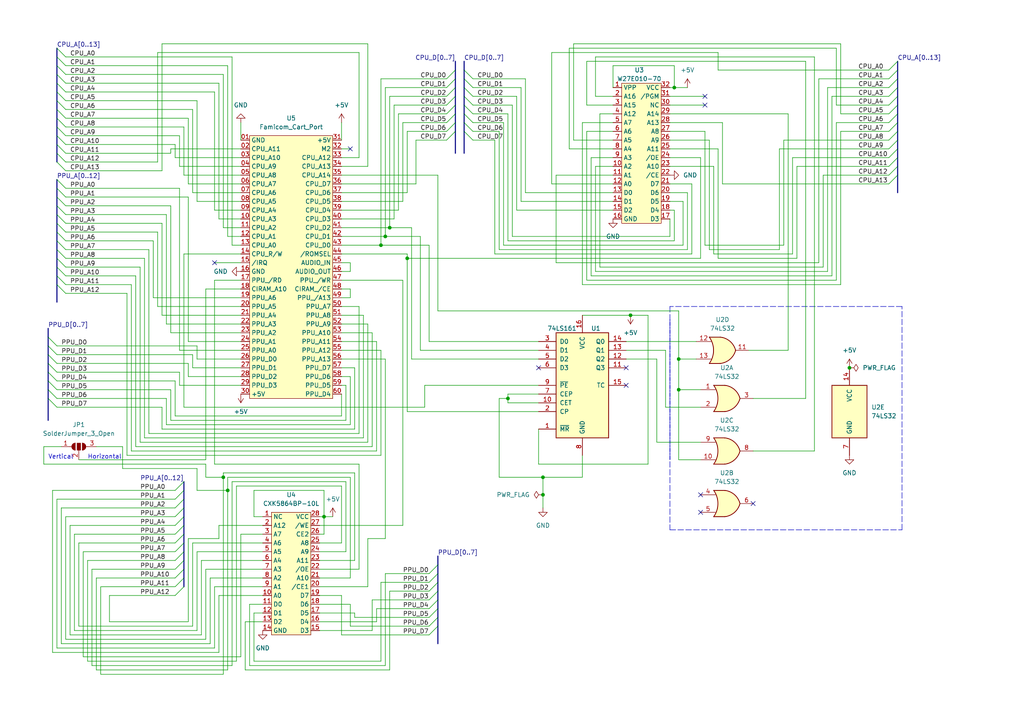
<source format=kicad_sch>
(kicad_sch (version 20211123) (generator eeschema)
  (paper "A4")
  (title_block (title "Famicom UNROM") (date "2023-02-01") (rev "001") (company "MEMELVAR"))
  (junction (at 157.48 143.51))
  (junction (at 93.98 149.86))
  (junction (at 246.38 106.68))
  (junction (at 111.76 68.58))
  (junction (at 113.03 66.04))
  (junction (at 195.58 25.4))
  (junction (at 118.11 74.93))
  (junction (at 157.48 138.43))
  (junction (at 182.88 91.44))
  (junction (at 110.49 71.12))
  (junction (at 147.32 115.57))
  (junction (at 196.85 113.03))
  (junction (at 196.85 104.14))
  (junction (at 64.77 138.43))
  (junction (at 66.04 142.24))
  (no_connect (at 203.2 143.51))
  (no_connect (at 218.44 146.05))
  (no_connect (at 204.47 30.48))
  (no_connect (at 156.21 106.68))
  (no_connect (at 204.47 27.94))
  (no_connect (at 203.2 148.59))
  (no_connect (at 181.61 111.76))
  (no_connect (at 62.23 76.2))
  (no_connect (at 101.6 43.18))
  (no_connect (at 181.61 106.68))
  (bus_entry (at 257.81 27.94) (size 2.54 -2.54))
  (bus_entry (at 53.34 167.64) (size -2.54 2.54))
  (bus_entry (at 134.62 38.1) (size 2.54 2.54))
  (bus_entry (at 53.34 147.32) (size -2.54 2.54))
  (bus_entry (at 257.81 53.34) (size 2.54 -2.54))
  (bus_entry (at 16.51 13.97) (size 2.54 2.54))
  (bus_entry (at 257.81 50.8) (size 2.54 -2.54))
  (bus_entry (at 16.51 62.23) (size 2.54 2.54))
  (bus_entry (at 16.51 64.77) (size 2.54 2.54))
  (bus_entry (at 16.51 82.55) (size 2.54 2.54))
  (bus_entry (at 53.34 149.86) (size -2.54 2.54))
  (bus_entry (at 16.51 19.05) (size 2.54 2.54))
  (bus_entry (at 127 176.53) (size -2.54 2.54))
  (bus_entry (at 257.81 20.32) (size 2.54 -2.54))
  (bus_entry (at 16.51 36.83) (size 2.54 2.54))
  (bus_entry (at 16.51 77.47) (size 2.54 2.54))
  (bus_entry (at 13.97 97.79) (size 2.54 2.54))
  (bus_entry (at 16.51 67.31) (size 2.54 2.54))
  (bus_entry (at 16.51 59.69) (size 2.54 2.54))
  (bus_entry (at 257.81 35.56) (size 2.54 -2.54))
  (bus_entry (at 132.08 35.56) (size -2.54 2.54))
  (bus_entry (at 127 163.83) (size -2.54 2.54))
  (bus_entry (at 134.62 33.02) (size 2.54 2.54))
  (bus_entry (at 257.81 30.48) (size 2.54 -2.54))
  (bus_entry (at 53.34 139.7) (size -2.54 2.54))
  (bus_entry (at 134.62 35.56) (size 2.54 2.54))
  (bus_entry (at 16.51 46.99) (size 2.54 2.54))
  (bus_entry (at 134.62 25.4) (size 2.54 2.54))
  (bus_entry (at 16.51 54.61) (size 2.54 2.54))
  (bus_entry (at 53.34 162.56) (size -2.54 2.54))
  (bus_entry (at 134.62 22.86) (size 2.54 2.54))
  (bus_entry (at 16.51 41.91) (size 2.54 2.54))
  (bus_entry (at 16.51 21.59) (size 2.54 2.54))
  (bus_entry (at 127 179.07) (size -2.54 2.54))
  (bus_entry (at 257.81 48.26) (size 2.54 -2.54))
  (bus_entry (at 257.81 25.4) (size 2.54 -2.54))
  (bus_entry (at 16.51 26.67) (size 2.54 2.54))
  (bus_entry (at 127 171.45) (size -2.54 2.54))
  (bus_entry (at 13.97 107.95) (size 2.54 2.54))
  (bus_entry (at 132.08 27.94) (size -2.54 2.54))
  (bus_entry (at 16.51 57.15) (size 2.54 2.54))
  (bus_entry (at 53.34 170.18) (size -2.54 2.54))
  (bus_entry (at 132.08 22.86) (size -2.54 2.54))
  (bus_entry (at 16.51 44.45) (size 2.54 2.54))
  (bus_entry (at 16.51 16.51) (size 2.54 2.54))
  (bus_entry (at 127 166.37) (size -2.54 2.54))
  (bus_entry (at 13.97 113.03) (size 2.54 2.54))
  (bus_entry (at 257.81 33.02) (size 2.54 -2.54))
  (bus_entry (at 127 181.61) (size -2.54 2.54))
  (bus_entry (at 132.08 20.32) (size -2.54 2.54))
  (bus_entry (at 132.08 33.02) (size -2.54 2.54))
  (bus_entry (at 127 173.99) (size -2.54 2.54))
  (bus_entry (at 16.51 52.07) (size 2.54 2.54))
  (bus_entry (at 132.08 30.48) (size -2.54 2.54))
  (bus_entry (at 13.97 102.87) (size 2.54 2.54))
  (bus_entry (at 16.51 29.21) (size 2.54 2.54))
  (bus_entry (at 53.34 152.4) (size -2.54 2.54))
  (bus_entry (at 13.97 115.57) (size 2.54 2.54))
  (bus_entry (at 16.51 72.39) (size 2.54 2.54))
  (bus_entry (at 257.81 40.64) (size 2.54 -2.54))
  (bus_entry (at 134.62 30.48) (size 2.54 2.54))
  (bus_entry (at 53.34 157.48) (size -2.54 2.54))
  (bus_entry (at 134.62 20.32) (size 2.54 2.54))
  (bus_entry (at 53.34 160.02) (size -2.54 2.54))
  (bus_entry (at 16.51 34.29) (size 2.54 2.54))
  (bus_entry (at 132.08 38.1) (size -2.54 2.54))
  (bus_entry (at 132.08 25.4) (size -2.54 2.54))
  (bus_entry (at 53.34 144.78) (size -2.54 2.54))
  (bus_entry (at 16.51 24.13) (size 2.54 2.54))
  (bus_entry (at 16.51 31.75) (size 2.54 2.54))
  (bus_entry (at 16.51 80.01) (size 2.54 2.54))
  (bus_entry (at 134.62 27.94) (size 2.54 2.54))
  (bus_entry (at 257.81 22.86) (size 2.54 -2.54))
  (bus_entry (at 16.51 69.85) (size 2.54 2.54))
  (bus_entry (at 13.97 105.41) (size 2.54 2.54))
  (bus_entry (at 16.51 74.93) (size 2.54 2.54))
  (bus_entry (at 257.81 38.1) (size 2.54 -2.54))
  (bus_entry (at 53.34 142.24) (size -2.54 2.54))
  (bus_entry (at 257.81 45.72) (size 2.54 -2.54))
  (bus_entry (at 257.81 43.18) (size 2.54 -2.54))
  (bus_entry (at 13.97 100.33) (size 2.54 2.54))
  (bus_entry (at 127 168.91) (size -2.54 2.54))
  (bus_entry (at 53.34 165.1) (size -2.54 2.54))
  (bus_entry (at 13.97 110.49) (size 2.54 2.54))
  (bus_entry (at 53.34 154.94) (size -2.54 2.54))
  (bus_entry (at 16.51 39.37) (size 2.54 2.54))
  (bus (pts (xy 127 171.45) (xy 127 173.99)))
  (wire (pts (xy 25.4 162.56) (xy 50.8 162.56)))
  (wire (pts (xy 40.64 128.27) (xy 40.64 77.47)))
  (wire (pts (xy 124.46 99.06) (xy 124.46 71.12)))
  (wire (pts (xy 66.04 68.58) (xy 66.04 19.05)))
  (wire (pts (xy 99.06 76.2) (xy 101.6 76.2)))
  (wire (pts (xy 92.71 165.1) (xy 104.14 165.1)))
  (wire (pts (xy 116.84 58.42) (xy 116.84 35.56)))
  (wire (pts (xy 102.87 177.8) (xy 102.87 179.07)))
  (wire (pts (xy 69.85 190.5) (xy 69.85 154.94)))
  (wire (pts (xy 111.76 104.14) (xy 111.76 156.21)))
  (wire (pts (xy 19.05 82.55) (xy 38.1 82.55)))
  (wire (pts (xy 113.03 66.04) (xy 113.03 27.94)))
  (wire (pts (xy 207.01 48.26) (xy 207.01 73.66)))
  (wire (pts (xy 16.51 144.78) (xy 50.8 144.78)))
  (wire (pts (xy 101.6 78.74) (xy 99.06 78.74)))
  (wire (pts (xy 111.76 68.58) (xy 111.76 25.4)))
  (bus (pts (xy 127 163.83) (xy 127 166.37)))
  (wire (pts (xy 36.83 132.08) (xy 110.49 132.08)))
  (wire (pts (xy 194.31 40.64) (xy 205.74 40.64)))
  (wire (pts (xy 168.91 138.43) (xy 168.91 132.08)))
  (wire (pts (xy 69.85 45.72) (xy 50.8 45.72)))
  (wire (pts (xy 46.99 124.46) (xy 46.99 118.11)))
  (wire (pts (xy 227.33 71.12) (xy 227.33 40.64)))
  (wire (pts (xy 144.78 115.57) (xy 144.78 138.43)))
  (wire (pts (xy 173.99 33.02) (xy 177.8 33.02)))
  (wire (pts (xy 193.04 101.6) (xy 193.04 118.11)))
  (wire (pts (xy 49.53 96.52) (xy 49.53 59.69)))
  (wire (pts (xy 69.85 154.94) (xy 76.2 154.94)))
  (wire (pts (xy 71.12 180.34) (xy 76.2 180.34)))
  (wire (pts (xy 55.88 55.88) (xy 55.88 31.75)))
  (wire (pts (xy 64.77 66.04) (xy 64.77 21.59)))
  (wire (pts (xy 59.69 138.43) (xy 59.69 134.62)))
  (bus (pts (xy 16.51 82.55) (xy 16.51 87.63)))
  (wire (pts (xy 49.53 113.03) (xy 16.51 113.03)))
  (wire (pts (xy 66.04 194.31) (xy 27.94 194.31)))
  (bus (pts (xy 134.62 25.4) (xy 134.62 27.94)))
  (wire (pts (xy 143.51 73.66) (xy 200.66 73.66)))
  (wire (pts (xy 156.21 114.3) (xy 147.32 114.3)))
  (bus (pts (xy 16.51 19.05) (xy 16.51 21.59)))
  (wire (pts (xy 92.71 180.34) (xy 109.22 180.34)))
  (wire (pts (xy 19.05 72.39) (xy 43.18 72.39)))
  (wire (pts (xy 46.99 91.44) (xy 46.99 64.77)))
  (wire (pts (xy 101.6 83.82) (xy 99.06 83.82)))
  (wire (pts (xy 57.15 182.88) (xy 21.59 182.88)))
  (wire (pts (xy 57.15 160.02) (xy 57.15 182.88)))
  (wire (pts (xy 66.04 142.24) (xy 66.04 194.31)))
  (wire (pts (xy 168.91 82.55) (xy 243.84 82.55)))
  (wire (pts (xy 73.66 142.24) (xy 73.66 149.86)))
  (wire (pts (xy 99.06 101.6) (xy 110.49 101.6)))
  (bus (pts (xy 260.35 43.18) (xy 260.35 45.72)))
  (wire (pts (xy 204.47 71.12) (xy 227.33 71.12)))
  (wire (pts (xy 110.49 71.12) (xy 110.49 22.86)))
  (wire (pts (xy 101.6 123.19) (xy 48.26 123.19)))
  (wire (pts (xy 15.24 142.24) (xy 15.24 189.23)))
  (wire (pts (xy 99.06 63.5) (xy 114.3 63.5)))
  (wire (pts (xy 38.1 82.55) (xy 38.1 130.81)))
  (wire (pts (xy 144.78 138.43) (xy 157.48 138.43)))
  (bus (pts (xy 16.51 72.39) (xy 16.51 74.93)))
  (wire (pts (xy 22.86 133.35) (xy 59.69 133.35)))
  (wire (pts (xy 99.06 66.04) (xy 113.03 66.04)))
  (wire (pts (xy 69.85 109.22) (xy 54.61 109.22)))
  (bus (pts (xy 260.35 38.1) (xy 260.35 40.64)))
  (wire (pts (xy 113.03 171.45) (xy 113.03 194.31)))
  (bus (pts (xy 16.51 77.47) (xy 16.51 80.01)))
  (wire (pts (xy 58.42 162.56) (xy 58.42 184.15)))
  (wire (pts (xy 242.57 35.56) (xy 257.81 35.56)))
  (wire (pts (xy 99.06 96.52) (xy 107.95 96.52)))
  (wire (pts (xy 99.06 60.96) (xy 115.57 60.96)))
  (wire (pts (xy 62.23 60.96) (xy 62.23 26.67)))
  (wire (pts (xy 69.85 111.76) (xy 52.07 111.76)))
  (wire (pts (xy 201.93 104.14) (xy 196.85 104.14)))
  (wire (pts (xy 102.87 106.68) (xy 102.87 124.46)))
  (wire (pts (xy 204.47 38.1) (xy 204.47 71.12)))
  (bus (pts (xy 132.08 25.4) (xy 132.08 27.94)))
  (wire (pts (xy 107.95 173.99) (xy 107.95 182.88)))
  (wire (pts (xy 105.41 127) (xy 41.91 127)))
  (wire (pts (xy 36.83 85.09) (xy 36.83 132.08)))
  (wire (pts (xy 217.17 101.6) (xy 228.6 101.6)))
  (bus (pts (xy 16.51 29.21) (xy 16.51 31.75)))
  (wire (pts (xy 190.5 128.27) (xy 203.2 128.27)))
  (wire (pts (xy 177.8 19.05) (xy 177.8 25.4)))
  (wire (pts (xy 76.2 172.72) (xy 63.5 172.72)))
  (wire (pts (xy 19.05 185.42) (xy 19.05 149.86)))
  (wire (pts (xy 99.06 53.34) (xy 120.65 53.34)))
  (wire (pts (xy 237.49 76.2) (xy 237.49 22.86)))
  (wire (pts (xy 170.18 81.28) (xy 242.57 81.28)))
  (wire (pts (xy 52.07 111.76) (xy 52.07 107.95)))
  (wire (pts (xy 106.68 128.27) (xy 40.64 128.27)))
  (bus (pts (xy 16.51 74.93) (xy 16.51 77.47)))
  (wire (pts (xy 24.13 190.5) (xy 69.85 190.5)))
  (wire (pts (xy 177.8 58.42) (xy 151.13 58.42)))
  (wire (pts (xy 62.23 187.96) (xy 16.51 187.96)))
  (wire (pts (xy 45.72 46.99) (xy 19.05 46.99)))
  (wire (pts (xy 177.8 48.26) (xy 172.72 48.26)))
  (wire (pts (xy 64.77 195.58) (xy 29.21 195.58)))
  (wire (pts (xy 101.6 181.61) (xy 124.46 181.61)))
  (wire (pts (xy 123.19 111.76) (xy 123.19 118.11)))
  (wire (pts (xy 68.58 191.77) (xy 25.4 191.77)))
  (wire (pts (xy 193.04 118.11) (xy 203.2 118.11)))
  (wire (pts (xy 205.74 40.64) (xy 205.74 72.39)))
  (bus (pts (xy 53.34 139.7) (xy 53.34 142.24)))
  (wire (pts (xy 115.57 33.02) (xy 129.54 33.02)))
  (wire (pts (xy 21.59 182.88) (xy 21.59 154.94)))
  (wire (pts (xy 144.78 72.39) (xy 199.39 72.39)))
  (wire (pts (xy 123.19 118.11) (xy 53.34 118.11)))
  (bus (pts (xy 127 181.61) (xy 127 186.69)))
  (bus (pts (xy 16.51 67.31) (xy 16.51 69.85)))
  (wire (pts (xy 99.06 58.42) (xy 116.84 58.42)))
  (wire (pts (xy 238.76 77.47) (xy 238.76 50.8)))
  (polyline (pts (xy 194.31 92.71) (xy 194.31 153.67)))
  (bus (pts (xy 132.08 30.48) (xy 132.08 33.02)))
  (wire (pts (xy 229.87 45.72) (xy 257.81 45.72)))
  (wire (pts (xy 209.55 35.56) (xy 209.55 53.34)))
  (wire (pts (xy 69.85 86.36) (xy 44.45 86.36)))
  (wire (pts (xy 54.61 34.29) (xy 19.05 34.29)))
  (wire (pts (xy 181.61 101.6) (xy 193.04 101.6)))
  (wire (pts (xy 67.31 16.51) (xy 19.05 16.51)))
  (wire (pts (xy 92.71 167.64) (xy 101.6 167.64)))
  (bus (pts (xy 127 166.37) (xy 127 168.91)))
  (wire (pts (xy 45.72 67.31) (xy 19.05 67.31)))
  (wire (pts (xy 170.18 38.1) (xy 170.18 81.28)))
  (wire (pts (xy 52.07 54.61) (xy 19.05 54.61)))
  (wire (pts (xy 194.31 33.02) (xy 228.6 33.02)))
  (wire (pts (xy 99.06 104.14) (xy 111.76 104.14)))
  (bus (pts (xy 16.51 31.75) (xy 16.51 34.29)))
  (wire (pts (xy 57.15 100.33) (xy 16.51 100.33)))
  (bus (pts (xy 16.51 13.97) (xy 16.51 16.51)))
  (wire (pts (xy 49.53 43.18) (xy 49.53 44.45)))
  (wire (pts (xy 40.64 77.47) (xy 19.05 77.47)))
  (bus (pts (xy 13.97 102.87) (xy 13.97 105.41)))
  (wire (pts (xy 76.2 177.8) (xy 73.66 177.8)))
  (wire (pts (xy 38.1 130.81) (xy 109.22 130.81)))
  (wire (pts (xy 107.95 182.88) (xy 92.71 182.88)))
  (wire (pts (xy 104.14 134.62) (xy 62.23 134.62)))
  (wire (pts (xy 46.99 118.11) (xy 16.51 118.11)))
  (wire (pts (xy 143.51 40.64) (xy 143.51 73.66)))
  (wire (pts (xy 62.23 134.62) (xy 62.23 81.28)))
  (wire (pts (xy 63.5 63.5) (xy 63.5 24.13)))
  (wire (pts (xy 226.06 43.18) (xy 257.81 43.18)))
  (wire (pts (xy 106.68 93.98) (xy 106.68 128.27)))
  (wire (pts (xy 236.22 16.51) (xy 236.22 130.81)))
  (bus (pts (xy 127 176.53) (xy 127 179.07)))
  (wire (pts (xy 156.21 134.62) (xy 187.96 134.62)))
  (bus (pts (xy 16.51 39.37) (xy 16.51 41.91)))
  (wire (pts (xy 124.46 71.12) (xy 110.49 71.12)))
  (wire (pts (xy 50.8 110.49) (xy 16.51 110.49)))
  (wire (pts (xy 49.53 59.69) (xy 19.05 59.69)))
  (wire (pts (xy 101.6 76.2) (xy 101.6 78.74)))
  (wire (pts (xy 67.31 71.12) (xy 67.31 16.51)))
  (bus (pts (xy 13.97 105.41) (xy 13.97 107.95)))
  (wire (pts (xy 177.8 19.05) (xy 195.58 19.05)))
  (wire (pts (xy 137.16 30.48) (xy 148.59 30.48)))
  (wire (pts (xy 149.86 27.94) (xy 149.86 60.96)))
  (wire (pts (xy 120.65 53.34) (xy 120.65 40.64)))
  (wire (pts (xy 237.49 22.86) (xy 257.81 22.86)))
  (wire (pts (xy 41.91 127) (xy 41.91 74.93)))
  (wire (pts (xy 147.32 114.3) (xy 147.32 115.57)))
  (wire (pts (xy 208.28 74.93) (xy 231.14 74.93)))
  (wire (pts (xy 124.46 171.45) (xy 113.03 171.45)))
  (wire (pts (xy 170.18 30.48) (xy 177.8 30.48)))
  (wire (pts (xy 118.11 55.88) (xy 118.11 38.1)))
  (bus (pts (xy 53.34 142.24) (xy 53.34 144.78)))
  (polyline (pts (xy 261.62 153.67) (xy 261.62 88.9)))
  (wire (pts (xy 69.85 58.42) (xy 57.15 58.42)))
  (wire (pts (xy 207.01 73.66) (xy 229.87 73.66)))
  (wire (pts (xy 228.6 33.02) (xy 228.6 101.6)))
  (wire (pts (xy 147.32 33.02) (xy 147.32 69.85)))
  (bus (pts (xy 16.51 34.29) (xy 16.51 36.83)))
  (wire (pts (xy 53.34 50.8) (xy 53.34 36.83)))
  (wire (pts (xy 69.85 35.56) (xy 69.85 40.64)))
  (wire (pts (xy 124.46 173.99) (xy 107.95 173.99)))
  (wire (pts (xy 76.2 162.56) (xy 58.42 162.56)))
  (wire (pts (xy 146.05 35.56) (xy 146.05 71.12)))
  (wire (pts (xy 35.56 135.89) (xy 35.56 129.54)))
  (wire (pts (xy 242.57 81.28) (xy 242.57 35.56)))
  (wire (pts (xy 73.66 191.77) (xy 110.49 191.77)))
  (wire (pts (xy 109.22 180.34) (xy 109.22 176.53)))
  (wire (pts (xy 147.32 116.84) (xy 156.21 116.84)))
  (wire (pts (xy 156.21 124.46) (xy 156.21 134.62)))
  (wire (pts (xy 194.31 27.94) (xy 204.47 27.94)))
  (wire (pts (xy 27.94 167.64) (xy 50.8 167.64)))
  (bus (pts (xy 53.34 152.4) (xy 53.34 154.94)))
  (wire (pts (xy 106.68 170.18) (xy 92.71 170.18)))
  (wire (pts (xy 101.6 86.36) (xy 99.06 86.36)))
  (wire (pts (xy 195.58 60.96) (xy 195.58 69.85)))
  (wire (pts (xy 102.87 124.46) (xy 46.99 124.46)))
  (bus (pts (xy 16.51 62.23) (xy 16.51 64.77)))
  (wire (pts (xy 100.33 111.76) (xy 100.33 121.92)))
  (wire (pts (xy 99.06 71.12) (xy 110.49 71.12)))
  (wire (pts (xy 104.14 15.24) (xy 45.72 15.24)))
  (wire (pts (xy 109.22 176.53) (xy 124.46 176.53)))
  (wire (pts (xy 156.21 111.76) (xy 123.19 111.76)))
  (bus (pts (xy 127 173.99) (xy 127 176.53)))
  (wire (pts (xy 116.84 152.4) (xy 92.71 152.4)))
  (bus (pts (xy 16.51 69.85) (xy 16.51 72.39)))
  (wire (pts (xy 93.98 149.86) (xy 93.98 154.94)))
  (wire (pts (xy 59.69 165.1) (xy 59.69 185.42)))
  (wire (pts (xy 20.32 184.15) (xy 20.32 152.4)))
  (wire (pts (xy 242.57 13.97) (xy 242.57 30.48)))
  (wire (pts (xy 147.32 115.57) (xy 144.78 115.57)))
  (wire (pts (xy 233.68 17.78) (xy 233.68 115.57)))
  (wire (pts (xy 104.14 88.9) (xy 99.06 88.9)))
  (wire (pts (xy 63.5 189.23) (xy 15.24 189.23)))
  (wire (pts (xy 72.39 193.04) (xy 111.76 193.04)))
  (wire (pts (xy 194.31 45.72) (xy 203.2 45.72)))
  (bus (pts (xy 260.35 27.94) (xy 260.35 30.48)))
  (wire (pts (xy 177.8 43.18) (xy 165.1 43.18)))
  (wire (pts (xy 48.26 115.57) (xy 48.26 123.19)))
  (wire (pts (xy 63.5 172.72) (xy 63.5 189.23)))
  (wire (pts (xy 194.31 68.58) (xy 194.31 63.5)))
  (wire (pts (xy 45.72 88.9) (xy 45.72 67.31)))
  (wire (pts (xy 57.15 142.24) (xy 57.15 135.89)))
  (wire (pts (xy 236.22 16.51) (xy 172.72 16.51)))
  (wire (pts (xy 109.22 130.81) (xy 109.22 99.06)))
  (bus (pts (xy 132.08 17.78) (xy 132.08 20.32)))
  (wire (pts (xy 105.41 91.44) (xy 105.41 127)))
  (wire (pts (xy 200.66 53.34) (xy 194.31 53.34)))
  (wire (pts (xy 99.06 109.22) (xy 101.6 109.22)))
  (bus (pts (xy 132.08 22.86) (xy 132.08 25.4)))
  (bus (pts (xy 134.62 38.1) (xy 134.62 44.45)))
  (bus (pts (xy 13.97 100.33) (xy 13.97 102.87)))
  (wire (pts (xy 99.06 35.56) (xy 99.06 40.64)))
  (wire (pts (xy 102.87 179.07) (xy 124.46 179.07)))
  (wire (pts (xy 168.91 35.56) (xy 168.91 82.55)))
  (wire (pts (xy 69.85 53.34) (xy 54.61 53.34)))
  (wire (pts (xy 31.75 180.34) (xy 54.61 180.34)))
  (bus (pts (xy 53.34 147.32) (xy 53.34 149.86)))
  (bus (pts (xy 127 161.29) (xy 127 163.83)))
  (bus (pts (xy 134.62 35.56) (xy 134.62 38.1)))
  (wire (pts (xy 218.44 115.57) (xy 233.68 115.57)))
  (wire (pts (xy 69.85 68.58) (xy 66.04 68.58)))
  (bus (pts (xy 16.51 41.91) (xy 16.51 44.45)))
  (wire (pts (xy 104.14 165.1) (xy 104.14 134.62)))
  (wire (pts (xy 44.45 86.36) (xy 44.45 69.85)))
  (wire (pts (xy 107.95 96.52) (xy 107.95 129.54)))
  (wire (pts (xy 173.99 33.02) (xy 173.99 77.47)))
  (wire (pts (xy 152.4 22.86) (xy 152.4 55.88)))
  (wire (pts (xy 106.68 48.26) (xy 106.68 12.7)))
  (wire (pts (xy 72.39 175.26) (xy 72.39 193.04)))
  (wire (pts (xy 200.66 53.34) (xy 200.66 73.66)))
  (wire (pts (xy 69.85 60.96) (xy 62.23 60.96)))
  (wire (pts (xy 127 90.17) (xy 196.85 90.17)))
  (bus (pts (xy 13.97 110.49) (xy 13.97 113.03)))
  (bus (pts (xy 53.34 154.94) (xy 53.34 157.48)))
  (bus (pts (xy 132.08 20.32) (xy 132.08 22.86)))
  (wire (pts (xy 22.86 157.48) (xy 50.8 157.48)))
  (wire (pts (xy 50.8 172.72) (xy 31.75 172.72)))
  (wire (pts (xy 59.69 83.82) (xy 59.69 133.35)))
  (wire (pts (xy 69.85 96.52) (xy 49.53 96.52)))
  (bus (pts (xy 260.35 22.86) (xy 260.35 25.4)))
  (wire (pts (xy 116.84 35.56) (xy 129.54 35.56)))
  (wire (pts (xy 99.06 111.76) (xy 100.33 111.76)))
  (wire (pts (xy 160.02 15.24) (xy 160.02 53.34)))
  (wire (pts (xy 76.2 160.02) (xy 57.15 160.02)))
  (wire (pts (xy 101.6 83.82) (xy 101.6 86.36)))
  (bus (pts (xy 53.34 149.86) (xy 53.34 152.4)))
  (wire (pts (xy 69.85 101.6) (xy 52.07 101.6)))
  (wire (pts (xy 69.85 66.04) (xy 64.77 66.04)))
  (wire (pts (xy 17.78 186.69) (xy 17.78 147.32)))
  (wire (pts (xy 177.8 35.56) (xy 168.91 35.56)))
  (wire (pts (xy 99.06 68.58) (xy 111.76 68.58)))
  (wire (pts (xy 57.15 29.21) (xy 19.05 29.21)))
  (wire (pts (xy 161.29 76.2) (xy 237.49 76.2)))
  (wire (pts (xy 92.71 157.48) (xy 99.06 157.48)))
  (wire (pts (xy 109.22 99.06) (xy 99.06 99.06)))
  (wire (pts (xy 121.92 101.6) (xy 121.92 68.58)))
  (wire (pts (xy 106.68 156.21) (xy 106.68 170.18)))
  (wire (pts (xy 54.61 99.06) (xy 54.61 57.15)))
  (wire (pts (xy 110.49 101.6) (xy 110.49 132.08)))
  (wire (pts (xy 49.53 113.03) (xy 49.53 121.92)))
  (wire (pts (xy 119.38 104.14) (xy 119.38 66.04)))
  (wire (pts (xy 68.58 140.97) (xy 68.58 191.77)))
  (wire (pts (xy 208.28 15.24) (xy 208.28 20.32)))
  (wire (pts (xy 57.15 104.14) (xy 57.15 100.33)))
  (wire (pts (xy 44.45 69.85) (xy 19.05 69.85)))
  (wire (pts (xy 101.6 138.43) (xy 66.04 138.43)))
  (wire (pts (xy 29.21 195.58) (xy 29.21 170.18)))
  (wire (pts (xy 147.32 69.85) (xy 195.58 69.85)))
  (wire (pts (xy 92.71 160.02) (xy 100.33 160.02)))
  (bus (pts (xy 16.51 57.15) (xy 16.51 59.69)))
  (wire (pts (xy 52.07 107.95) (xy 16.51 107.95)))
  (wire (pts (xy 198.12 58.42) (xy 198.12 71.12)))
  (wire (pts (xy 110.49 191.77) (xy 110.49 168.91)))
  (wire (pts (xy 194.31 43.18) (xy 208.28 43.18)))
  (wire (pts (xy 62.23 81.28) (xy 69.85 81.28)))
  (wire (pts (xy 25.4 191.77) (xy 25.4 162.56)))
  (wire (pts (xy 209.55 35.56) (xy 194.31 35.56)))
  (wire (pts (xy 115.57 60.96) (xy 115.57 33.02)))
  (wire (pts (xy 93.98 149.86) (xy 93.98 142.24)))
  (wire (pts (xy 66.04 138.43) (xy 66.04 142.24)))
  (wire (pts (xy 57.15 135.89) (xy 35.56 135.89)))
  (wire (pts (xy 60.96 167.64) (xy 60.96 186.69)))
  (wire (pts (xy 147.32 115.57) (xy 147.32 116.84)))
  (bus (pts (xy 16.51 44.45) (xy 16.51 46.99)))
  (bus (pts (xy 13.97 115.57) (xy 13.97 121.92)))
  (wire (pts (xy 99.06 120.65) (xy 50.8 120.65)))
  (wire (pts (xy 110.49 22.86) (xy 129.54 22.86)))
  (wire (pts (xy 173.99 77.47) (xy 238.76 77.47)))
  (wire (pts (xy 157.48 138.43) (xy 168.91 138.43)))
  (wire (pts (xy 118.11 73.66) (xy 99.06 73.66)))
  (wire (pts (xy 149.86 60.96) (xy 177.8 60.96)))
  (wire (pts (xy 19.05 39.37) (xy 52.07 39.37)))
  (bus (pts (xy 132.08 35.56) (xy 132.08 38.1)))
  (bus (pts (xy 13.97 107.95) (xy 13.97 110.49)))
  (wire (pts (xy 93.98 149.86) (xy 96.52 149.86)))
  (wire (pts (xy 59.69 134.62) (xy 12.7 134.62)))
  (wire (pts (xy 26.67 165.1) (xy 50.8 165.1)))
  (wire (pts (xy 187.96 134.62) (xy 187.96 91.44)))
  (wire (pts (xy 121.92 68.58) (xy 111.76 68.58)))
  (wire (pts (xy 196.85 113.03) (xy 196.85 133.35)))
  (wire (pts (xy 58.42 184.15) (xy 20.32 184.15)))
  (bus (pts (xy 134.62 33.02) (xy 134.62 35.56)))
  (wire (pts (xy 21.59 154.94) (xy 50.8 154.94)))
  (wire (pts (xy 49.53 44.45) (xy 19.05 44.45)))
  (bus (pts (xy 16.51 59.69) (xy 16.51 62.23)))
  (wire (pts (xy 55.88 106.68) (xy 55.88 102.87)))
  (wire (pts (xy 69.85 88.9) (xy 45.72 88.9)))
  (wire (pts (xy 63.5 152.4) (xy 63.5 156.21)))
  (wire (pts (xy 229.87 73.66) (xy 229.87 45.72)))
  (bus (pts (xy 132.08 38.1) (xy 132.08 44.45)))
  (wire (pts (xy 233.68 17.78) (xy 170.18 17.78)))
  (wire (pts (xy 165.1 13.97) (xy 242.57 13.97)))
  (wire (pts (xy 151.13 25.4) (xy 151.13 58.42)))
  (polyline (pts (xy 194.31 88.9) (xy 194.31 133.35)))
  (wire (pts (xy 102.87 137.16) (xy 64.77 137.16)))
  (wire (pts (xy 137.16 38.1) (xy 144.78 38.1)))
  (wire (pts (xy 53.34 118.11) (xy 53.34 73.66)))
  (bus (pts (xy 16.51 24.13) (xy 16.51 26.67)))
  (wire (pts (xy 160.02 15.24) (xy 208.28 15.24)))
  (wire (pts (xy 137.16 27.94) (xy 149.86 27.94)))
  (wire (pts (xy 92.71 172.72) (xy 99.06 172.72)))
  (wire (pts (xy 101.6 109.22) (xy 101.6 123.19)))
  (wire (pts (xy 99.06 50.8) (xy 127 50.8)))
  (wire (pts (xy 203.2 74.93) (xy 118.11 74.93)))
  (wire (pts (xy 43.18 72.39) (xy 43.18 125.73)))
  (wire (pts (xy 113.03 27.94) (xy 129.54 27.94)))
  (bus (pts (xy 13.97 113.03) (xy 13.97 115.57)))
  (wire (pts (xy 50.8 41.91) (xy 19.05 41.91)))
  (bus (pts (xy 127 179.07) (xy 127 181.61)))
  (wire (pts (xy 93.98 154.94) (xy 92.71 154.94)))
  (wire (pts (xy 157.48 147.32) (xy 157.48 143.51)))
  (wire (pts (xy 76.2 175.26) (xy 72.39 175.26)))
  (wire (pts (xy 19.05 36.83) (xy 53.34 36.83)))
  (wire (pts (xy 41.91 74.93) (xy 19.05 74.93)))
  (wire (pts (xy 199.39 72.39) (xy 199.39 55.88)))
  (wire (pts (xy 99.06 157.48) (xy 99.06 140.97)))
  (wire (pts (xy 208.28 43.18) (xy 208.28 74.93)))
  (wire (pts (xy 27.94 194.31) (xy 27.94 167.64)))
  (wire (pts (xy 26.67 193.04) (xy 26.67 165.1)))
  (wire (pts (xy 54.61 105.41) (xy 16.51 105.41)))
  (bus (pts (xy 16.51 64.77) (xy 16.51 67.31)))
  (bus (pts (xy 260.35 17.78) (xy 260.35 20.32)))
  (wire (pts (xy 99.06 93.98) (xy 106.68 93.98)))
  (wire (pts (xy 63.5 152.4) (xy 76.2 152.4)))
  (wire (pts (xy 165.1 13.97) (xy 165.1 43.18)))
  (wire (pts (xy 166.37 12.7) (xy 243.84 12.7)))
  (wire (pts (xy 231.14 74.93) (xy 231.14 48.26)))
  (bus (pts (xy 16.51 80.01) (xy 16.51 82.55)))
  (wire (pts (xy 181.61 99.06) (xy 201.93 99.06)))
  (wire (pts (xy 69.85 104.14) (xy 57.15 104.14)))
  (wire (pts (xy 156.21 99.06) (xy 124.46 99.06)))
  (wire (pts (xy 177.8 40.64) (xy 166.37 40.64)))
  (wire (pts (xy 19.05 149.86) (xy 50.8 149.86)))
  (wire (pts (xy 100.33 139.7) (xy 67.31 139.7)))
  (wire (pts (xy 76.2 170.18) (xy 62.23 170.18)))
  (wire (pts (xy 12.7 134.62) (xy 12.7 129.54)))
  (wire (pts (xy 199.39 55.88) (xy 194.31 55.88)))
  (wire (pts (xy 181.61 104.14) (xy 190.5 104.14)))
  (wire (pts (xy 50.8 45.72) (xy 50.8 41.91)))
  (wire (pts (xy 31.75 172.72) (xy 31.75 180.34)))
  (wire (pts (xy 22.86 181.61) (xy 22.86 157.48)))
  (bus (pts (xy 260.35 25.4) (xy 260.35 27.94)))
  (wire (pts (xy 171.45 80.01) (xy 241.3 80.01)))
  (bus (pts (xy 53.34 144.78) (xy 53.34 147.32)))
  (wire (pts (xy 67.31 139.7) (xy 67.31 193.04)))
  (wire (pts (xy 43.18 125.73) (xy 104.14 125.73)))
  (wire (pts (xy 27.94 129.54) (xy 35.56 129.54)))
  (bus (pts (xy 260.35 33.02) (xy 260.35 35.56)))
  (wire (pts (xy 69.85 99.06) (xy 54.61 99.06)))
  (wire (pts (xy 209.55 53.34) (xy 257.81 53.34)))
  (bus (pts (xy 13.97 97.79) (xy 13.97 100.33)))
  (bus (pts (xy 16.51 36.83) (xy 16.51 39.37)))
  (wire (pts (xy 194.31 48.26) (xy 207.01 48.26)))
  (wire (pts (xy 52.07 101.6) (xy 52.07 54.61)))
  (wire (pts (xy 101.6 175.26) (xy 101.6 181.61)))
  (wire (pts (xy 161.29 50.8) (xy 161.29 76.2)))
  (bus (pts (xy 16.51 52.07) (xy 16.51 54.61)))
  (wire (pts (xy 118.11 74.93) (xy 118.11 73.66)))
  (wire (pts (xy 64.77 138.43) (xy 59.69 138.43)))
  (wire (pts (xy 110.49 168.91) (xy 124.46 168.91)))
  (wire (pts (xy 231.14 48.26) (xy 257.81 48.26)))
  (wire (pts (xy 242.57 30.48) (xy 257.81 30.48)))
  (wire (pts (xy 48.26 115.57) (xy 16.51 115.57)))
  (wire (pts (xy 194.31 38.1) (xy 204.47 38.1)))
  (bus (pts (xy 16.51 21.59) (xy 16.51 24.13)))
  (wire (pts (xy 113.03 194.31) (xy 71.12 194.31)))
  (bus (pts (xy 260.35 35.56) (xy 260.35 38.1)))
  (wire (pts (xy 46.99 12.7) (xy 46.99 49.53)))
  (wire (pts (xy 106.68 12.7) (xy 46.99 12.7)))
  (wire (pts (xy 196.85 90.17) (xy 196.85 104.14)))
  (wire (pts (xy 99.06 48.26) (xy 106.68 48.26)))
  (bus (pts (xy 132.08 27.94) (xy 132.08 30.48)))
  (wire (pts (xy 73.66 149.86) (xy 76.2 149.86)))
  (wire (pts (xy 190.5 104.14) (xy 190.5 128.27)))
  (wire (pts (xy 64.77 137.16) (xy 64.77 138.43)))
  (wire (pts (xy 148.59 68.58) (xy 194.31 68.58)))
  (wire (pts (xy 172.72 16.51) (xy 172.72 27.94)))
  (wire (pts (xy 99.06 140.97) (xy 68.58 140.97)))
  (wire (pts (xy 243.84 12.7) (xy 243.84 33.02)))
  (wire (pts (xy 55.88 181.61) (xy 22.86 181.61)))
  (wire (pts (xy 156.21 104.14) (xy 119.38 104.14)))
  (wire (pts (xy 111.76 166.37) (xy 124.46 166.37)))
  (polyline (pts (xy 194.31 153.67) (xy 261.62 153.67)))
  (bus (pts (xy 260.35 48.26) (xy 260.35 50.8)))
  (wire (pts (xy 101.6 167.64) (xy 101.6 138.43)))
  (wire (pts (xy 243.84 38.1) (xy 257.81 38.1)))
  (wire (pts (xy 55.88 157.48) (xy 55.88 181.61)))
  (wire (pts (xy 54.61 156.21) (xy 54.61 180.34)))
  (bus (pts (xy 260.35 45.72) (xy 260.35 48.26)))
  (wire (pts (xy 137.16 40.64) (xy 143.51 40.64)))
  (wire (pts (xy 172.72 48.26) (xy 172.72 78.74)))
  (bus (pts (xy 53.34 167.64) (xy 53.34 170.18)))
  (wire (pts (xy 182.88 91.44) (xy 187.96 91.44)))
  (wire (pts (xy 137.16 25.4) (xy 151.13 25.4)))
  (wire (pts (xy 62.23 76.2) (xy 69.85 76.2)))
  (wire (pts (xy 100.33 160.02) (xy 100.33 139.7)))
  (wire (pts (xy 118.11 119.38) (xy 118.11 74.93)))
  (wire (pts (xy 69.85 91.44) (xy 46.99 91.44)))
  (wire (pts (xy 114.3 30.48) (xy 129.54 30.48)))
  (bus (pts (xy 13.97 95.25) (xy 13.97 97.79)))
  (bus (pts (xy 134.62 17.78) (xy 134.62 20.32)))
  (wire (pts (xy 161.29 50.8) (xy 177.8 50.8)))
  (wire (pts (xy 240.03 78.74) (xy 240.03 25.4)))
  (polyline (pts (xy 261.62 88.9) (xy 194.31 88.9)))
  (wire (pts (xy 170.18 17.78) (xy 170.18 30.48)))
  (wire (pts (xy 29.21 170.18) (xy 50.8 170.18)))
  (wire (pts (xy 63.5 24.13) (xy 19.05 24.13)))
  (wire (pts (xy 177.8 45.72) (xy 171.45 45.72)))
  (wire (pts (xy 137.16 22.86) (xy 152.4 22.86)))
  (bus (pts (xy 134.62 20.32) (xy 134.62 22.86)))
  (wire (pts (xy 60.96 186.69) (xy 17.78 186.69)))
  (wire (pts (xy 203.2 45.72) (xy 203.2 74.93)))
  (bus (pts (xy 134.62 30.48) (xy 134.62 33.02)))
  (wire (pts (xy 99.06 55.88) (xy 118.11 55.88)))
  (wire (pts (xy 116.84 81.28) (xy 116.84 152.4)))
  (wire (pts (xy 92.71 177.8) (xy 102.87 177.8)))
  (wire (pts (xy 172.72 78.74) (xy 240.03 78.74)))
  (wire (pts (xy 66.04 19.05) (xy 19.05 19.05)))
  (wire (pts (xy 54.61 109.22) (xy 54.61 105.41)))
  (wire (pts (xy 218.44 130.81) (xy 236.22 130.81)))
  (wire (pts (xy 17.78 147.32) (xy 50.8 147.32)))
  (wire (pts (xy 101.6 43.18) (xy 99.06 43.18)))
  (wire (pts (xy 144.78 38.1) (xy 144.78 72.39)))
  (wire (pts (xy 114.3 63.5) (xy 114.3 30.48)))
  (wire (pts (xy 208.28 20.32) (xy 257.81 20.32)))
  (bus (pts (xy 134.62 27.94) (xy 134.62 30.48)))
  (wire (pts (xy 127 50.8) (xy 127 90.17)))
  (wire (pts (xy 177.8 55.88) (xy 152.4 55.88)))
  (wire (pts (xy 171.45 45.72) (xy 171.45 80.01)))
  (wire (pts (xy 120.65 40.64) (xy 129.54 40.64)))
  (wire (pts (xy 102.87 162.56) (xy 102.87 137.16)))
  (wire (pts (xy 69.85 83.82) (xy 59.69 83.82)))
  (wire (pts (xy 199.39 25.4) (xy 195.58 25.4)))
  (wire (pts (xy 39.37 129.54) (xy 39.37 80.01)))
  (wire (pts (xy 160.02 53.34) (xy 177.8 53.34)))
  (wire (pts (xy 92.71 149.86) (xy 93.98 149.86)))
  (wire (pts (xy 71.12 194.31) (xy 71.12 180.34)))
  (wire (pts (xy 205.74 72.39) (xy 226.06 72.39)))
  (wire (pts (xy 39.37 80.01) (xy 19.05 80.01)))
  (bus (pts (xy 260.35 30.48) (xy 260.35 33.02)))
  (wire (pts (xy 137.16 35.56) (xy 146.05 35.56)))
  (wire (pts (xy 92.71 162.56) (xy 102.87 162.56)))
  (wire (pts (xy 24.13 160.02) (xy 50.8 160.02)))
  (wire (pts (xy 57.15 58.42) (xy 57.15 29.21)))
  (bus (pts (xy 16.51 26.67) (xy 16.51 29.21)))
  (wire (pts (xy 240.03 25.4) (xy 257.81 25.4)))
  (bus (pts (xy 16.51 16.51) (xy 16.51 19.05)))
  (bus (pts (xy 53.34 162.56) (xy 53.34 160.02)))
  (wire (pts (xy 107.95 129.54) (xy 39.37 129.54)))
  (wire (pts (xy 99.06 106.68) (xy 102.87 106.68)))
  (wire (pts (xy 76.2 167.64) (xy 60.96 167.64)))
  (wire (pts (xy 111.76 193.04) (xy 111.76 166.37)))
  (wire (pts (xy 69.85 106.68) (xy 55.88 106.68)))
  (wire (pts (xy 76.2 165.1) (xy 59.69 165.1)))
  (wire (pts (xy 106.68 156.21) (xy 111.76 156.21)))
  (wire (pts (xy 172.72 27.94) (xy 177.8 27.94)))
  (wire (pts (xy 156.21 119.38) (xy 118.11 119.38)))
  (wire (pts (xy 118.11 38.1) (xy 129.54 38.1)))
  (wire (pts (xy 52.07 48.26) (xy 52.07 39.37)))
  (wire (pts (xy 99.06 45.72) (xy 104.14 45.72)))
  (wire (pts (xy 24.13 190.5) (xy 24.13 160.02)))
  (bus (pts (xy 260.35 20.32) (xy 260.35 22.86)))
  (wire (pts (xy 19.05 85.09) (xy 36.83 85.09)))
  (wire (pts (xy 69.85 48.26) (xy 52.07 48.26)))
  (wire (pts (xy 12.7 129.54) (xy 17.78 129.54)))
  (wire (pts (xy 66.04 142.24) (xy 57.15 142.24)))
  (wire (pts (xy 99.06 81.28) (xy 116.84 81.28)))
  (bus (pts (xy 53.34 160.02) (xy 53.34 157.48)))
  (wire (pts (xy 59.69 185.42) (xy 19.05 185.42)))
  (wire (pts (xy 111.76 25.4) (xy 129.54 25.4)))
  (wire (pts (xy 93.98 142.24) (xy 73.66 142.24)))
  (wire (pts (xy 104.14 125.73) (xy 104.14 88.9)))
  (wire (pts (xy 69.85 93.98) (xy 48.26 93.98)))
  (bus (pts (xy 127 168.91) (xy 127 171.45)))
  (wire (pts (xy 168.91 91.44) (xy 182.88 91.44)))
  (wire (pts (xy 137.16 33.02) (xy 147.32 33.02)))
  (bus (pts (xy 16.51 54.61) (xy 16.51 57.15)))
  (wire (pts (xy 62.23 26.67) (xy 19.05 26.67)))
  (wire (pts (xy 157.48 143.51) (xy 157.48 138.43)))
  (wire (pts (xy 99.06 172.72) (xy 99.06 184.15)))
  (wire (pts (xy 198.12 58.42) (xy 194.31 58.42)))
  (wire (pts (xy 146.05 71.12) (xy 198.12 71.12)))
  (bus (pts (xy 53.34 165.1) (xy 53.34 162.56)))
  (wire (pts (xy 194.31 60.96) (xy 195.58 60.96)))
  (bus (pts (xy 260.35 40.64) (xy 260.35 43.18)))
  (wire (pts (xy 45.72 15.24) (xy 45.72 46.99)))
  (wire (pts (xy 196.85 104.14) (xy 196.85 113.03)))
  (bus (pts (xy 134.62 22.86) (xy 134.62 25.4)))
  (bus (pts (xy 53.34 167.64) (xy 53.34 165.1)))
  (wire (pts (xy 119.38 66.04) (xy 113.03 66.04)))
  (wire (pts (xy 55.88 31.75) (xy 19.05 31.75)))
  (wire (pts (xy 69.85 71.12) (xy 67.31 71.12)))
  (bus (pts (xy 132.08 33.02) (xy 132.08 35.56)))
  (wire (pts (xy 55.88 102.87) (xy 16.51 102.87)))
  (wire (pts (xy 243.84 33.02) (xy 257.81 33.02)))
  (wire (pts (xy 92.71 175.26) (xy 101.6 175.26)))
  (wire (pts (xy 69.85 63.5) (xy 63.5 63.5)))
  (wire (pts (xy 243.84 82.55) (xy 243.84 38.1)))
  (wire (pts (xy 50.8 110.49) (xy 50.8 120.65)))
  (wire (pts (xy 69.85 55.88) (xy 55.88 55.88)))
  (wire (pts (xy 16.51 144.78) (xy 16.51 187.96)))
  (wire (pts (xy 99.06 184.15) (xy 124.46 184.15)))
  (wire (pts (xy 257.81 27.94) (xy 241.3 27.94)))
  (wire (pts (xy 156.21 101.6) (xy 121.92 101.6)))
  (wire (pts (xy 62.23 170.18) (xy 62.23 187.96)))
  (wire (pts (xy 104.14 45.72) (xy 104.14 15.24)))
  (wire (pts (xy 195.58 25.4) (xy 194.31 25.4)))
  (wire (pts (xy 196.85 113.03) (xy 203.2 113.03)))
  (wire (pts (xy 20.32 152.4) (xy 50.8 152.4)))
  (wire (pts (xy 46.99 64.77) (xy 19.05 64.77)))
  (wire (pts (xy 48.26 93.98) (xy 48.26 62.23)))
  (wire (pts (xy 69.85 50.8) (xy 53.34 50.8)))
  (wire (pts (xy 227.33 40.64) (xy 257.81 40.64)))
  (wire (pts (xy 241.3 27.94) (xy 241.3 80.01)))
  (wire (pts (xy 64.77 138.43) (xy 64.77 195.58)))
  (wire (pts (xy 48.26 62.23) (xy 19.05 62.23)))
  (wire (pts (xy 73.66 177.8) (xy 73.66 191.77)))
  (wire (pts (xy 63.5 156.21) (xy 54.61 156.21)))
  (wire (pts (xy 99.06 91.44) (xy 105.41 91.44)))
  (wire (pts (xy 69.85 43.18) (xy 49.53 43.18)))
  (wire (pts (xy 76.2 157.48) (xy 55.88 157.48)))
  (wire (pts (xy 177.8 38.1) (xy 170.18 38.1)))
  (wire (pts (xy 67.31 193.04) (xy 26.67 193.04)))
  (wire (pts (xy 64.77 21.59) (xy 19.05 21.59)))
  (wire (pts (xy 100.33 121.92) (xy 49.53 121.92)))
  (wire (pts (xy 53.34 73.66) (xy 69.85 73.66)))
  (wire (pts (xy 54.61 57.15) (xy 19.05 57.15)))
  (wire (pts (xy 46.99 49.53) (xy 19.05 49.53)))
  (wire (pts (xy 194.31 30.48) (xy 204.47 30.48)))
  (wire (pts (xy 226.06 72.39) (xy 226.06 43.18)))
  (wire (pts (xy 166.37 12.7) (xy 166.37 40.64)))
  (wire (pts (xy 195.58 19.05) (xy 195.58 25.4)))
  (wire (pts (xy 238.76 50.8) (xy 257.81 50.8)))
  (wire (pts (xy 148.59 30.48) (xy 148.59 68.58)))
  (wire (pts (xy 99.06 114.3) (xy 99.06 120.65)))
  (bus (pts (xy 260.35 50.8) (xy 260.35 55.88)))
  (wire (pts (xy 196.85 133.35) (xy 203.2 133.35)))
  (wire (pts (xy 54.61 53.34) (xy 54.61 34.29)))
  (wire (pts (xy 15.24 142.24) (xy 50.8 142.24)))
  (text "Horizontal" (at 25.4 133.35 0) (effects (font (size 1.27 1.27)) (justify left bottom)))
  (text "Vertical" (at 13.97 133.35 0) (effects (font (size 1.27 1.27)) (justify left bottom)))
  (label "CPU_D2" (at 121.92 27.94 0))
  (label "CPU_D1" (at 138.43 25.4 0))
  (label "PPU_A2" (at 20.32 59.69 0))
  (label "PPU_A4" (at 40.64 152.4 0))
  (label "CPU_A0" (at 20.32 16.51 0))
  (label "PPU_A[0..12]" (at 16.51 52.07 0))
  (label "CPU_A1" (at 20.32 19.05 0))
  (label "PPU_D2" (at 17.78 105.41 0))
  (label "CPU_D[0..7]" (at 132.08 17.78 180))
  (label "CPU_A2" (at 20.32 21.59 0))
  (label "CPU_A12" (at 20.32 46.99 0))
  (label "CPU_A[0..13]" (at 16.51 13.97 0))
  (label "CPU_A6" (at 248.92 35.56 0))
  (label "PPU_D1" (at 17.78 102.87 0))
  (label "PPU_A6" (at 20.32 69.85 0))
  (label "PPU_D0" (at 116.84 166.37 0))
  (label "PPU_A12" (at 40.64 172.72 0))
  (label "CPU_A2" (at 248.92 25.4 0))
  (label "CPU_A4" (at 248.92 30.48 0))
  (label "PPU_A2" (at 40.64 147.32 0))
  (label "CPU_A8" (at 248.92 40.64 0))
  (label "CPU_A3" (at 20.32 24.13 0))
  (label "PPU_A7" (at 40.64 160.02 0))
  (label "PPU_A1" (at 40.64 144.78 0))
  (label "CPU_D6" (at 121.92 38.1 0))
  (label "PPU_A11" (at 40.64 170.18 0))
  (label "CPU_D7" (at 138.43 40.64 0))
  (label "CPU_A13" (at 20.32 49.53 0))
  (label "CPU_D3" (at 138.43 30.48 0))
  (label "CPU_A12" (at 248.92 50.8 0))
  (label "CPU_D5" (at 121.92 35.56 0))
  (label "PPU_D4" (at 17.78 110.49 0))
  (label "CPU_A8" (at 20.32 36.83 0))
  (label "PPU_D0" (at 17.78 100.33 0))
  (label "CPU_D4" (at 138.43 33.02 0))
  (label "CPU_A9" (at 20.32 39.37 0))
  (label "PPU_D2" (at 116.84 171.45 0))
  (label "PPU_A7" (at 20.32 72.39 0))
  (label "CPU_A6" (at 20.32 31.75 0))
  (label "PPU_A12" (at 20.32 85.09 0))
  (label "CPU_D2" (at 138.43 27.94 0))
  (label "CPU_D3" (at 121.92 30.48 0))
  (label "CPU_A1" (at 248.92 22.86 0))
  (label "PPU_A0" (at 40.64 142.24 0))
  (label "CPU_A9" (at 248.92 43.18 0))
  (label "PPU_D7" (at 116.84 184.15 0))
  (label "CPU_D7" (at 121.8946 40.64 0))
  (label "CPU_A11" (at 20.32 44.45 0))
  (label "PPU_D1" (at 116.84 168.91 0))
  (label "PPU_D6" (at 17.78 115.57 0))
  (label "PPU_D4" (at 116.84 176.53 0))
  (label "CPU_A7" (at 248.92 38.1 0))
  (label "PPU_A5" (at 40.64 154.94 0))
  (label "CPU_D4" (at 121.92 33.02 0))
  (label "CPU_D0" (at 121.92 22.86 0))
  (label "PPU_D[0..7]" (at 127 161.29 0))
  (label "PPU_A6" (at 40.64 157.48 0))
  (label "CPU_D[0..7]" (at 134.62 17.78 0))
  (label "PPU_A10" (at 20.32 80.01 0))
  (label "CPU_A3" (at 248.92 27.94 0))
  (label "PPU_D6" (at 116.84 181.61 0))
  (label "CPU_D6" (at 138.43 38.1 0))
  (label "PPU_A4" (at 20.32 64.77 0))
  (label "CPU_D1" (at 121.92 25.4 0))
  (label "CPU_A[0..13]" (at 260.35 17.78 0))
  (label "PPU_A8" (at 20.32 74.93 0))
  (label "PPU_D5" (at 116.84 179.07 0))
  (label "CPU_A11" (at 248.92 48.26 0))
  (label "CPU_A13" (at 248.92 53.34 0))
  (label "CPU_A7" (at 20.32 34.29 0))
  (label "PPU_A3" (at 40.64 149.86 0))
  (label "PPU_D5" (at 17.78 113.03 0))
  (label "CPU_A0" (at 248.92 20.32 0))
  (label "PPU_A[0..12]" (at 53.34 139.7 180))
  (label "PPU_D3" (at 17.78 107.95 0))
  (label "PPU_A10" (at 40.64 167.64 0))
  (label "PPU_A3" (at 20.32 62.23 0))
  (label "PPU_A1" (at 20.32 57.15 0))
  (label "CPU_A4" (at 20.32 26.67 0))
  (label "PPU_A5" (at 20.32 67.31 0))
  (label "CPU_D5" (at 138.43 35.56 0))
  (label "CPU_D0" (at 138.43 22.86 0))
  (label "CPU_A10" (at 248.92 45.72 0))
  (label "PPU_D3" (at 116.84 173.99 0))
  (label "PPU_A9" (at 20.32 77.47 0))
  (label "PPU_D7" (at 17.78 118.11 0))
  (label "PPU_A9" (at 40.64 165.1 0))
  (label "PPU_A11" (at 20.32 82.55 0))
  (label "PPU_A8" (at 40.64 162.56 0))
  (label "CPU_A10" (at 20.32 41.91 0))
  (label "PPU_D[0..7]" (at 13.97 95.25 0))
  (label "CPU_A5" (at 248.92 33.02 0))
  (label "CPU_A5" (at 20.32 29.21 0))
  (label "PPU_A0" (at 20.32 54.61 0))
  (symbol (lib_id "EEPROMS:W27E010-70") (at 180.34 64.77 0) (unit 1)
    (property "Reference" "U3" (at 185.42 20.32 0))
    (property "Value" "W27E010-70" (at 185.42 22.86 0))
    (property "Footprint" "Package_DIP:DIP-32_W15.24mm_Socket" (effects hide))
  )
  (symbol (lib_id "power:+5V") (at 182.88 91.44 180) (unit 1)
    (property "Reference" "#PWR0101" (effects hide))
    (property "Value" "+5V" (at 182.88 96.52 0))
  )
  (symbol (lib_id "power:GND") (at 194.31 50.8 90) (unit 1)
    (property "Reference" "#PWR0113" (effects hide))
    (property "Value" "GND" (at 198.12 50.7999 90) (effects (justify right)))
  )
  (symbol (lib_id "power:+5V") (at 246.38 106.68 0) (unit 1)
    (property "Reference" "#PWR0104" (effects hide))
    (property "Value" "+5V" (at 246.38 101.6 0))
  )
  (symbol (lib_id "power:PWR_FLAG") (at 157.48 143.51 90) (unit 1)
    (property "Reference" "#FLG0101" (effects hide))
    (property "Value" "PWR_FLAG" (at 153.67 143.5099 90) (effects (justify left)))
  )
  (symbol (lib_id "RETRO_SRAM:CXK5864BP-10L") (at 78.74 184.15 0) (unit 1)
    (property "Reference" "U4" (at 84.455 143.51 0))
    (property "Value" "CXK5864BP-10L" (at 84.455 146.05 0))
    (property "Footprint" "Package_DIP:DIP-28_W15.24mm_Socket" (effects hide))
  )
  (symbol (lib_id "power:+5V") (at 199.39 25.4 0) (unit 1)
    (property "Reference" "#PWR0106" (effects hide))
    (property "Value" "+5V" (at 199.39 20.32 0))
  )
  (symbol (lib_id "power:PWR_FLAG") (at 246.38 106.68 270) (unit 1)
    (property "Reference" "#FLG0102" (effects hide))
    (property "Value" "PWR_FLAG" (at 250.19 106.6799 90) (effects (justify left)))
  )
  (symbol (lib_id "74xx:74LS32") (at 209.55 101.6 0) (unit 4)
    (property "Reference" "U2" (at 209.55 92.71 0))
    (property "Value" "74LS32" (at 209.55 95.25 0))
    (property "Footprint" "Package_DIP:DIP-14_W7.62mm_Socket" (effects hide))
    (property "Datasheet" "http://www.ti.com/lit/gpn/sn74LS32" (effects hide))
  )
  (symbol (lib_id "FC:Famicom_Cart_Port") (at 72.39 115.57 0) (unit 1)
    (property "Reference" "U5" (at 84.455 34.29 0))
    (property "Value" "Famicom_Cart_Port" (at 84.455 36.83 0))
    (property "Footprint" "Famicom:Famicom_connector" (effects hide))
  )
  (symbol (lib_id "74xx:74LS32") (at 210.82 115.57 0) (unit 1)
    (property "Reference" "U2" (at 210.82 106.68 0))
    (property "Value" "74LS32" (at 210.82 109.22 0))
    (property "Footprint" "Package_DIP:DIP-14_W7.62mm_Socket" (effects hide))
    (property "Datasheet" "http://www.ti.com/lit/gpn/sn74LS32" (effects hide))
  )
  (symbol (lib_id "74xx:74LS32") (at 210.82 130.81 0) (unit 3)
    (property "Reference" "U2" (at 210.82 121.92 0))
    (property "Value" "74LS32" (at 210.82 124.46 0))
    (property "Footprint" "Package_DIP:DIP-14_W7.62mm_Socket" (effects hide))
    (property "Datasheet" "http://www.ti.com/lit/gpn/sn74LS32" (effects hide))
  )
  (symbol (lib_id "power:GND") (at 157.48 147.32 0) (unit 1)
    (property "Reference" "#PWR0102" (effects hide))
    (property "Value" "GND" (at 157.48 152.4 0))
  )
  (symbol (lib_id "Jumper:SolderJumper_3_Open") (at 22.86 129.54 0) (unit 1)
    (property "Reference" "JP1" (at 22.86 123.19 0))
    (property "Value" "SolderJumper_3_Open" (at 22.86 125.73 0))
    (property "Footprint" "Jumper:SolderJumper-3_P1.3mm_Open_RoundedPad1.0x1.5mm" (effects hide))
  )
  (symbol (lib_id "power:GND") (at 69.85 35.56 180) (unit 1)
    (property "Reference" "#PWR0108" (effects hide))
    (property "Value" "GND" (at 69.85 30.48 0))
  )
  (symbol (lib_id "power:+5V") (at 69.85 114.3 180) (unit 1)
    (property "Reference" "#PWR0110" (effects hide))
    (property "Value" "+5V" (at 69.85 119.38 0))
  )
  (symbol (lib_id "74xx:74LS32") (at 246.38 119.38 0) (unit 5)
    (property "Reference" "U2" (at 252.73 118.1099 0) (effects (justify left)))
    (property "Value" "74LS32" (at 252.73 120.6499 0) (effects (justify left)))
    (property "Footprint" "Package_DIP:DIP-14_W7.62mm_Socket" (effects hide))
    (property "Datasheet" "http://www.ti.com/lit/gpn/sn74LS32" (effects hide))
  )
  (symbol (lib_id "power:GND") (at 177.8 63.5 0) (unit 1)
    (property "Reference" "#PWR0103" (effects hide))
    (property "Value" "GND" (at 177.8 68.58 0))
  )
  (symbol (lib_id "74xx:74LS32") (at 210.82 146.05 0) (unit 2)
    (property "Reference" "U2" (at 210.82 137.16 0))
    (property "Value" "74LS32" (at 210.82 139.7 0))
    (property "Footprint" "Package_DIP:DIP-14_W7.62mm_Socket" (effects hide))
    (property "Datasheet" "http://www.ti.com/lit/gpn/sn74LS32" (effects hide))
  )
  (symbol (lib_id "power:GND") (at 76.2 182.88 0) (unit 1)
    (property "Reference" "#PWR0112" (effects hide))
    (property "Value" "GND" (at 76.2 187.96 0))
  )
  (symbol (lib_id "power:+5V") (at 99.06 35.56 0) (unit 1)
    (property "Reference" "#PWR0107" (effects hide))
    (property "Value" "+5V" (at 99.06 30.48 0))
  )
  (symbol (lib_id "power:GND") (at 246.38 132.08 0) (unit 1)
    (property "Reference" "#PWR0105" (effects hide))
    (property "Value" "GND" (at 246.38 137.16 0))
  )
  (symbol (lib_id "power:+5V") (at 96.52 149.86 0) (unit 1)
    (property "Reference" "#PWR0111" (effects hide))
    (property "Value" "+5V" (at 96.52 144.78 0))
  )
  (symbol (lib_id "power:GND") (at 69.85 78.74 270) (unit 1)
    (property "Reference" "#PWR0109" (effects hide))
    (property "Value" "GND" (at 66.04 78.7399 90) (effects (justify right)))
  )
  (symbol (lib_id "74xx:74LS161") (at 168.91 111.76 0) (unit 1)
    (property "Reference" "U1" (at 171.45 95.25 0) (effects (justify left)))
    (property "Value" "74LS161" (at 158.75 95.25 0) (effects (justify left)))
    (property "Footprint" "Package_DIP:DIP-16_W7.62mm_Socket" (effects hide))
    (property "Datasheet" "http://www.ti.com/lit/gpn/sn74LS161" (effects hide))
  )
)
</source>
